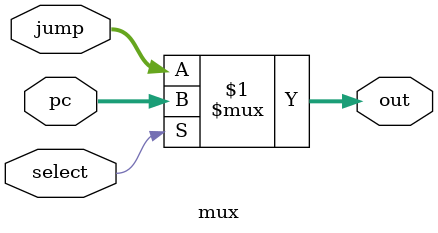
<source format=v>
module mux (
        input [31:0] pc,
        input [31:0] jump,
        input select,
        output wire [31:0] out
    );
    assign out = select ? pc : jump;
endmodule

</source>
